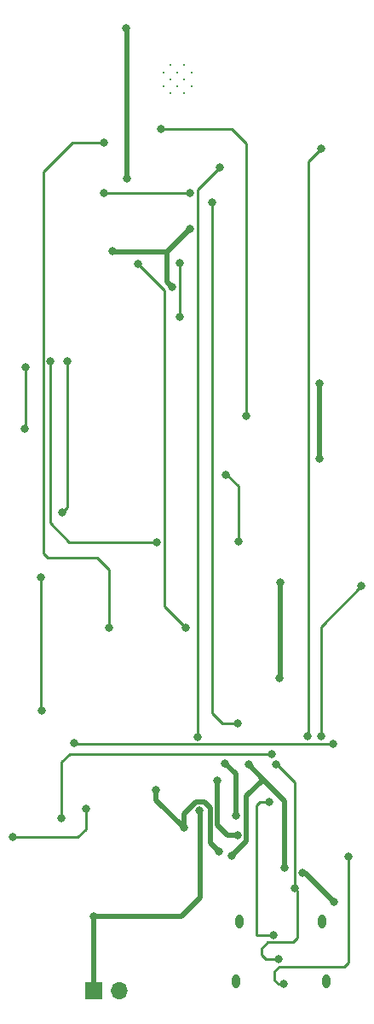
<source format=gbl>
G04 #@! TF.GenerationSoftware,KiCad,Pcbnew,6.0.2+dfsg-1*
G04 #@! TF.CreationDate,2024-03-31T18:10:35+09:00*
G04 #@! TF.ProjectId,remote_controller,72656d6f-7465-45f6-936f-6e74726f6c6c,rev?*
G04 #@! TF.SameCoordinates,Original*
G04 #@! TF.FileFunction,Copper,L2,Bot*
G04 #@! TF.FilePolarity,Positive*
%FSLAX46Y46*%
G04 Gerber Fmt 4.6, Leading zero omitted, Abs format (unit mm)*
G04 Created by KiCad (PCBNEW 6.0.2+dfsg-1) date 2024-03-31 18:10:35*
%MOMM*%
%LPD*%
G01*
G04 APERTURE LIST*
G04 #@! TA.AperFunction,ComponentPad*
%ADD10R,1.700000X1.700000*%
G04 #@! TD*
G04 #@! TA.AperFunction,ComponentPad*
%ADD11O,1.700000X1.700000*%
G04 #@! TD*
G04 #@! TA.AperFunction,ComponentPad*
%ADD12O,0.800000X1.400000*%
G04 #@! TD*
G04 #@! TA.AperFunction,ComponentPad*
%ADD13C,0.300000*%
G04 #@! TD*
G04 #@! TA.AperFunction,ViaPad*
%ADD14C,0.800000*%
G04 #@! TD*
G04 #@! TA.AperFunction,Conductor*
%ADD15C,0.500000*%
G04 #@! TD*
G04 #@! TA.AperFunction,Conductor*
%ADD16C,0.250000*%
G04 #@! TD*
G04 APERTURE END LIST*
D10*
G04 #@! TO.P,J1,1,Pin_1*
G04 #@! TO.N,+BATT*
X95190000Y-127920000D03*
D11*
G04 #@! TO.P,J1,2,Pin_2*
G04 #@! TO.N,GND*
X97730000Y-127920000D03*
G04 #@! TD*
D12*
G04 #@! TO.P,J2,S1,SHIELD*
G04 #@! TO.N,GND*
X109290000Y-126960000D03*
X118270000Y-126960000D03*
X109650000Y-121010000D03*
X117910000Y-121010000D03*
G04 #@! TD*
D13*
G04 #@! TO.P,U2,48,GND*
G04 #@! TO.N,GND*
X104900000Y-36840000D03*
G04 #@! TO.P,U2,49,GND*
X103500000Y-36840000D03*
G04 #@! TO.P,U2,50,GND*
X102100000Y-36840000D03*
G04 #@! TO.P,U2,51,GND*
X102100000Y-38240000D03*
G04 #@! TO.P,U2,52,GND*
X103500000Y-38240000D03*
G04 #@! TO.P,U2,53,GND*
X104900000Y-38240000D03*
G04 #@! TO.P,U2,54,GND*
X104200000Y-36140000D03*
G04 #@! TO.P,U2,55,GND*
X102800000Y-36140000D03*
G04 #@! TO.P,U2,56,GND*
X104200000Y-37540000D03*
G04 #@! TO.P,U2,57,GND*
X102800000Y-37540000D03*
G04 #@! TO.P,U2,58,GND*
X102800000Y-38940000D03*
G04 #@! TO.P,U2,59,GND*
X104200000Y-38940000D03*
G04 #@! TD*
D14*
G04 #@! TO.N,+BATT*
X105680000Y-110040000D03*
X95190000Y-120560000D03*
G04 #@! TO.N,GND*
X97010000Y-54590000D03*
X119080000Y-119120000D03*
X115920000Y-116190000D03*
X110570000Y-105470000D03*
X107660000Y-114120000D03*
X101387500Y-108010000D03*
X102970000Y-58160000D03*
X114170000Y-115710000D03*
X104740000Y-52340000D03*
X108920000Y-114550000D03*
X104120000Y-111750000D03*
G04 #@! TO.N,+3V3*
X98410000Y-32450000D03*
X113700000Y-87430000D03*
X117590000Y-67650000D03*
X108260000Y-105330000D03*
X109310000Y-110520000D03*
X98450000Y-47380000D03*
X117650000Y-75100000D03*
X113640000Y-96880000D03*
G04 #@! TO.N,EN*
X94390000Y-109870000D03*
X87160000Y-112680000D03*
G04 #@! TO.N,IO0*
X105480000Y-102715500D03*
X107700000Y-46230000D03*
G04 #@! TO.N,VBUSa*
X109530000Y-112490000D03*
X107460000Y-107100000D03*
G04 #@! TO.N,USB_DN*
X112610000Y-109150000D03*
X113040000Y-122355500D03*
G04 #@! TO.N,USB_DP*
X115170000Y-117730000D03*
X113300000Y-105470000D03*
X113521098Y-124773731D03*
G04 #@! TO.N,upper switch*
X103710000Y-61060000D03*
X103750000Y-55730000D03*
G04 #@! TO.N,down switch*
X108350000Y-76750000D03*
X101480000Y-83400000D03*
X109552500Y-83385000D03*
X90880000Y-65490000D03*
G04 #@! TO.N,ccw switch*
X96170000Y-43790000D03*
X96750000Y-91920000D03*
G04 #@! TO.N,option 1 switch*
X92060000Y-80450000D03*
X92550000Y-65490000D03*
X89897701Y-86877701D03*
X90040000Y-100100000D03*
G04 #@! TO.N,left switch*
X88300000Y-72140000D03*
X88410000Y-66100000D03*
G04 #@! TO.N,right switch*
X101880000Y-42430000D03*
X110302500Y-70930000D03*
G04 #@! TO.N,cw switch*
X99560000Y-55820500D03*
X104340000Y-91940000D03*
G04 #@! TO.N,option 2 switch*
X104755500Y-48800000D03*
X109505000Y-101380000D03*
X96180000Y-48850000D03*
X106980000Y-49770000D03*
G04 #@! TO.N,Net-(J2-PadB5)*
X120470000Y-114590000D03*
X114055500Y-127220000D03*
G04 #@! TO.N,RTS*
X118970000Y-103440000D03*
X93230000Y-103370000D03*
G04 #@! TO.N,DTR*
X112920000Y-104420000D03*
X91990000Y-110790000D03*
G04 #@! TO.N,Net-(R13-Pad1)*
X116450000Y-102670000D03*
X117790000Y-44390000D03*
G04 #@! TO.N,Net-(R14-Pad1)*
X117800000Y-102629502D03*
X121810000Y-87770000D03*
G04 #@! TD*
D15*
G04 #@! TO.N,+BATT*
X105750000Y-118690000D02*
X105750000Y-110110000D01*
X105070000Y-119370000D02*
X105440000Y-119000000D01*
X105440000Y-119000000D02*
X105470000Y-118970000D01*
X105750000Y-110110000D02*
X105680000Y-110040000D01*
X105470000Y-118970000D02*
X105750000Y-118690000D01*
X103880000Y-120560000D02*
X105070000Y-119370000D01*
X95190000Y-120560000D02*
X103880000Y-120560000D01*
X95190000Y-120560000D02*
X95190000Y-127920000D01*
G04 #@! TO.N,GND*
X101387500Y-109017500D02*
X104120000Y-111750000D01*
X102460000Y-54620000D02*
X104740000Y-52340000D01*
X112035000Y-106935000D02*
X114170000Y-109070000D01*
X116150000Y-116190000D02*
X119080000Y-119120000D01*
X106160969Y-109190489D02*
X106760000Y-109789520D01*
X106760000Y-109789520D02*
X106760000Y-113220000D01*
X97040000Y-54620000D02*
X102460000Y-54620000D01*
X101387500Y-108010000D02*
X101387500Y-109017500D01*
X104120000Y-110398609D02*
X105328120Y-109190489D01*
X110379511Y-113090489D02*
X108920000Y-114550000D01*
X110379511Y-108590489D02*
X110379511Y-113090489D01*
X102460000Y-54620000D02*
X102460000Y-57650000D01*
X106760000Y-113220000D02*
X107660000Y-114120000D01*
X110570000Y-105470000D02*
X112035000Y-106935000D01*
X105328120Y-109190489D02*
X106160969Y-109190489D01*
X102460000Y-57650000D02*
X102970000Y-58160000D01*
X97010000Y-54590000D02*
X97040000Y-54620000D01*
X115920000Y-116190000D02*
X116150000Y-116190000D01*
X112035000Y-106935000D02*
X110379511Y-108590489D01*
X104120000Y-111750000D02*
X104120000Y-110398609D01*
X114170000Y-109070000D02*
X114170000Y-115710000D01*
G04 #@! TO.N,+3V3*
X117650000Y-67710000D02*
X117590000Y-67650000D01*
X117650000Y-75100000D02*
X117650000Y-67710000D01*
X113700000Y-96820000D02*
X113700000Y-87430000D01*
X98450000Y-32490000D02*
X98410000Y-32450000D01*
X109310000Y-106380000D02*
X109310000Y-110520000D01*
X108260000Y-105330000D02*
X109310000Y-106380000D01*
X98450000Y-47380000D02*
X98450000Y-32490000D01*
X113640000Y-96880000D02*
X113700000Y-96820000D01*
D16*
G04 #@! TO.N,EN*
X93620000Y-112680000D02*
X94390000Y-111910000D01*
X94390000Y-111910000D02*
X94390000Y-109870000D01*
X87160000Y-112680000D02*
X93620000Y-112680000D01*
G04 #@! TO.N,IO0*
X105480000Y-102715500D02*
X105480000Y-48450000D01*
X105480000Y-48450000D02*
X107700000Y-46230000D01*
D15*
G04 #@! TO.N,VBUSa*
X107460000Y-111440000D02*
X107460000Y-107100000D01*
X109530000Y-112490000D02*
X108510000Y-112490000D01*
X108510000Y-112490000D02*
X107460000Y-111440000D01*
D16*
G04 #@! TO.N,USB_DN*
X111315500Y-122355500D02*
X111315500Y-109554500D01*
X111720000Y-109150000D02*
X112610000Y-109150000D01*
X111315500Y-109554500D02*
X111720000Y-109150000D01*
X113040000Y-122355500D02*
X111315500Y-122355500D01*
G04 #@! TO.N,USB_DP*
X113400000Y-105470000D02*
X113300000Y-105470000D01*
X115400000Y-122650000D02*
X115400000Y-117960000D01*
X115400000Y-117960000D02*
X115170000Y-117730000D01*
X115170000Y-117730000D02*
X115170000Y-107240000D01*
X112460000Y-123080000D02*
X114970000Y-123080000D01*
X114970000Y-123080000D02*
X115400000Y-122650000D01*
X112263731Y-124773731D02*
X111840000Y-124350000D01*
X111840000Y-124350000D02*
X111840000Y-123700000D01*
X115170000Y-107240000D02*
X113400000Y-105470000D01*
X111840000Y-123700000D02*
X112460000Y-123080000D01*
X113521098Y-124773731D02*
X112263731Y-124773731D01*
G04 #@! TO.N,upper switch*
X103750000Y-55730000D02*
X103750000Y-61020000D01*
X103750000Y-61020000D02*
X103710000Y-61060000D01*
G04 #@! TO.N,down switch*
X108420000Y-76750000D02*
X108350000Y-76750000D01*
X109552500Y-83385000D02*
X109552500Y-77882500D01*
X92770000Y-83400000D02*
X101480000Y-83400000D01*
X109552500Y-77882500D02*
X108420000Y-76750000D01*
X90880000Y-81510000D02*
X92770000Y-83400000D01*
X90880000Y-65490000D02*
X90880000Y-81510000D01*
G04 #@! TO.N,ccw switch*
X90155489Y-46684511D02*
X93050000Y-43790000D01*
X96750000Y-86130000D02*
X95560000Y-84940000D01*
X90580000Y-84940000D02*
X90155489Y-84515489D01*
X93050000Y-43790000D02*
X96170000Y-43790000D01*
X95560000Y-84940000D02*
X90580000Y-84940000D01*
X96750000Y-91920000D02*
X96750000Y-86130000D01*
X90155489Y-84515489D02*
X90155489Y-46684511D01*
G04 #@! TO.N,option 1 switch*
X89897701Y-99957701D02*
X90040000Y-100100000D01*
X92550000Y-79960000D02*
X92060000Y-80450000D01*
X92550000Y-65490000D02*
X92550000Y-79960000D01*
X89897701Y-86877701D02*
X89897701Y-99957701D01*
G04 #@! TO.N,left switch*
X88410000Y-66100000D02*
X88410000Y-72030000D01*
X88410000Y-72030000D02*
X88300000Y-72140000D01*
G04 #@! TO.N,right switch*
X110302500Y-43862500D02*
X108870000Y-42430000D01*
X110302500Y-70930000D02*
X110302500Y-43862500D01*
X108870000Y-42430000D02*
X101880000Y-42430000D01*
G04 #@! TO.N,cw switch*
X99560000Y-55820500D02*
X102204511Y-58465011D01*
X102204511Y-58465011D02*
X102204511Y-89804511D01*
X102204511Y-89804511D02*
X104340000Y-91940000D01*
G04 #@! TO.N,option 2 switch*
X108010000Y-101380000D02*
X106980000Y-100350000D01*
X109505000Y-101380000D02*
X108010000Y-101380000D01*
X104755500Y-48800000D02*
X96230000Y-48800000D01*
X96230000Y-48800000D02*
X96180000Y-48850000D01*
X106980000Y-100350000D02*
X106980000Y-49770000D01*
G04 #@! TO.N,Net-(J2-PadB5)*
X113630000Y-125490000D02*
X120050000Y-125490000D01*
X120470000Y-125070000D02*
X120470000Y-114590000D01*
X120050000Y-125490000D02*
X120470000Y-125070000D01*
X114055500Y-127220000D02*
X113550000Y-127220000D01*
X113160000Y-125960000D02*
X113630000Y-125490000D01*
X113550000Y-127220000D02*
X113160000Y-126830000D01*
X113160000Y-126830000D02*
X113160000Y-125960000D01*
G04 #@! TO.N,RTS*
X118970000Y-103440000D02*
X93300000Y-103440000D01*
X93300000Y-103440000D02*
X93230000Y-103370000D01*
G04 #@! TO.N,DTR*
X91990000Y-110790000D02*
X91990000Y-105210000D01*
X92780000Y-104420000D02*
X112920000Y-104420000D01*
X91990000Y-105210000D02*
X92780000Y-104420000D01*
G04 #@! TO.N,Net-(R13-Pad1)*
X116530480Y-102589520D02*
X116450000Y-102670000D01*
X116530480Y-45649520D02*
X116530480Y-102589520D01*
X117790000Y-44390000D02*
X116530480Y-45649520D01*
G04 #@! TO.N,Net-(R14-Pad1)*
X117800000Y-91780000D02*
X117800000Y-102629502D01*
X121810000Y-87770000D02*
X117800000Y-91780000D01*
G04 #@! TD*
M02*

</source>
